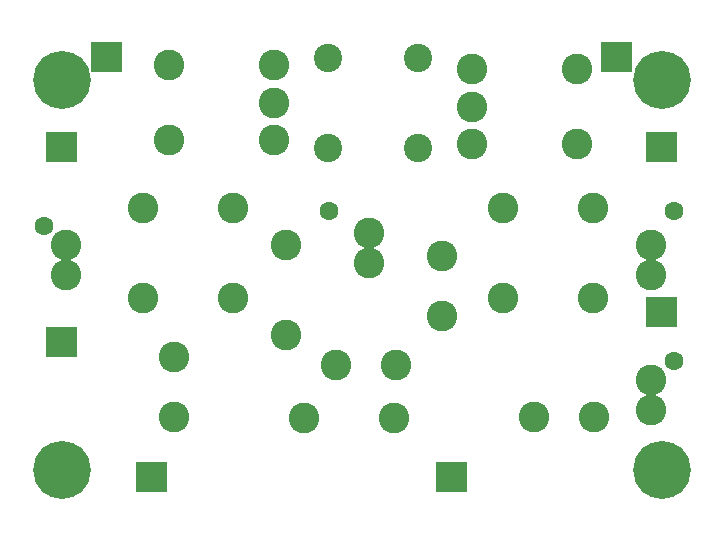
<source format=gbr>
%FSLAX34Y34*%
%MOMM*%
%LNSOLDERMASK_BOTTOM*%
G71*
G01*
%ADD10C,2.600*%
%ADD11C,2.600*%
%ADD12C,2.400*%
%ADD13C,1.600*%
%ADD14C,4.900*%
%LPD*%
X285750Y231850D02*
G54D10*
D03*
X285750Y206450D02*
G54D10*
D03*
X120650Y126950D02*
G54D10*
D03*
X120650Y76150D02*
G54D10*
D03*
X425450Y76150D02*
G54D10*
D03*
X476250Y76150D02*
G54D10*
D03*
X215317Y221716D02*
G54D10*
D03*
X215267Y145466D02*
G54D10*
D03*
X215317Y221716D02*
G54D11*
D03*
X347331Y212702D02*
G54D10*
D03*
X347443Y161721D02*
G54D10*
D03*
X347331Y212702D02*
G54D11*
D03*
X308603Y120274D02*
G54D10*
D03*
X257622Y120161D02*
G54D10*
D03*
X308603Y120274D02*
G54D11*
D03*
X306816Y75538D02*
G54D10*
D03*
X230566Y75588D02*
G54D10*
D03*
X306816Y75539D02*
G54D11*
D03*
X94667Y253466D02*
G54D10*
D03*
X94617Y177216D02*
G54D10*
D03*
X94667Y253466D02*
G54D11*
D03*
X170858Y253392D02*
G54D10*
D03*
X94608Y253442D02*
G54D10*
D03*
X170858Y253392D02*
G54D11*
D03*
X170858Y253392D02*
G54D10*
D03*
X170808Y177142D02*
G54D10*
D03*
X170858Y253392D02*
G54D11*
D03*
X399467Y253466D02*
G54D10*
D03*
X399417Y177216D02*
G54D10*
D03*
X399467Y253466D02*
G54D11*
D03*
X475658Y253392D02*
G54D10*
D03*
X399408Y253442D02*
G54D10*
D03*
X475658Y253392D02*
G54D11*
D03*
X475658Y253392D02*
G54D10*
D03*
X475608Y177142D02*
G54D10*
D03*
X475658Y253392D02*
G54D11*
D03*
X29023Y221761D02*
G54D10*
D03*
X29023Y196361D02*
G54D10*
D03*
X524323Y221761D02*
G54D10*
D03*
X524323Y196361D02*
G54D10*
D03*
X524323Y107461D02*
G54D10*
D03*
X524323Y82061D02*
G54D10*
D03*
X327473Y380511D02*
G54D12*
D03*
X251273Y380511D02*
G54D12*
D03*
X327473Y304311D02*
G54D12*
D03*
X327473Y380511D02*
G54D12*
D03*
X251273Y304311D02*
G54D12*
D03*
X327473Y304311D02*
G54D12*
D03*
X251273Y380511D02*
G54D12*
D03*
X251273Y304311D02*
G54D12*
D03*
X116250Y374073D02*
G54D10*
D03*
X116250Y310573D02*
G54D10*
D03*
X205150Y374073D02*
G54D10*
D03*
X205150Y342323D02*
G54D10*
D03*
X205150Y310573D02*
G54D10*
D03*
X461690Y307280D02*
G54D10*
D03*
X461690Y370780D02*
G54D10*
D03*
X372790Y307280D02*
G54D10*
D03*
X372790Y339030D02*
G54D10*
D03*
X372790Y370780D02*
G54D10*
D03*
X543700Y250610D02*
G54D13*
D03*
X543700Y123610D02*
G54D13*
D03*
X10300Y237910D02*
G54D13*
D03*
X251600Y250610D02*
G54D13*
D03*
X25400Y31700D02*
G54D14*
D03*
G36*
X88600Y38400D02*
X114600Y38400D01*
X114600Y12400D01*
X88600Y12400D01*
X88600Y38400D01*
G37*
X533400Y31700D02*
G54D14*
D03*
G36*
X342600Y38400D02*
X368600Y38400D01*
X368600Y12400D01*
X342600Y12400D01*
X342600Y38400D01*
G37*
X25400Y361900D02*
G54D14*
D03*
X533400Y361900D02*
G54D14*
D03*
G36*
X50500Y394000D02*
X76500Y394000D01*
X76500Y368000D01*
X50500Y368000D01*
X50500Y394000D01*
G37*
G36*
X482300Y394000D02*
X508300Y394000D01*
X508300Y368000D01*
X482300Y368000D01*
X482300Y394000D01*
G37*
G36*
X12400Y152700D02*
X38400Y152700D01*
X38400Y126700D01*
X12400Y126700D01*
X12400Y152700D01*
G37*
G36*
X12400Y317800D02*
X38400Y317800D01*
X38400Y291800D01*
X12400Y291800D01*
X12400Y317800D01*
G37*
G36*
X520400Y317800D02*
X546400Y317800D01*
X546400Y291800D01*
X520400Y291800D01*
X520400Y317800D01*
G37*
G36*
X520400Y178100D02*
X546400Y178100D01*
X546400Y152100D01*
X520400Y152100D01*
X520400Y178100D01*
G37*
M02*

</source>
